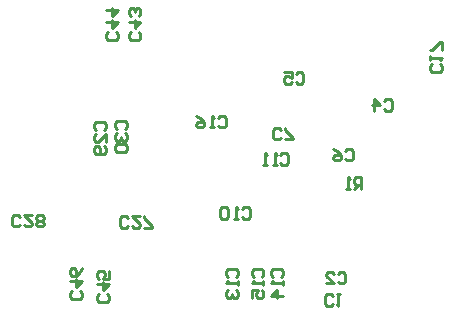
<source format=gbo>
G04*
G04 #@! TF.GenerationSoftware,Altium Limited,Altium Designer,22.0.2 (36)*
G04*
G04 Layer_Color=32896*
%FSLAX25Y25*%
%MOIN*%
G70*
G04*
G04 #@! TF.SameCoordinates,DBB72687-BCFA-4FA8-90DC-81D55A498374*
G04*
G04*
G04 #@! TF.FilePolarity,Positive*
G04*
G01*
G75*
%ADD15C,0.01000*%
D15*
X192140Y76312D02*
X192796Y76968D01*
X194108D01*
X194764Y76312D01*
Y73688D01*
X194108Y73032D01*
X192796D01*
X192140Y73688D01*
X190828Y73032D02*
X189516D01*
X190172D01*
Y76968D01*
X190828Y76312D01*
X187548Y73032D02*
X186236D01*
X186892D01*
Y76968D01*
X187548Y76312D01*
X179296Y58312D02*
X179952Y58968D01*
X181264D01*
X181920Y58312D01*
Y55688D01*
X181264Y55032D01*
X179952D01*
X179296Y55688D01*
X177984Y55032D02*
X176672D01*
X177328D01*
Y58968D01*
X177984Y58312D01*
X174704D02*
X174048Y58968D01*
X172736D01*
X172080Y58312D01*
Y55688D01*
X172736Y55032D01*
X174048D01*
X174704Y55688D01*
Y58312D01*
X219124Y65032D02*
Y68968D01*
X217156D01*
X216500Y68312D01*
Y67000D01*
X217156Y66344D01*
X219124D01*
X217812D02*
X216500Y65032D01*
X215188D02*
X213876D01*
X214532D01*
Y68968D01*
X215188Y68312D01*
X125205Y30930D02*
X125861Y30274D01*
Y28962D01*
X125205Y28306D01*
X122581D01*
X121925Y28962D01*
Y30274D01*
X122581Y30930D01*
X121925Y34210D02*
X125861D01*
X123893Y32242D01*
Y34866D01*
X125861Y38802D02*
X125205Y37490D01*
X123893Y36178D01*
X122581D01*
X121925Y36834D01*
Y38146D01*
X122581Y38802D01*
X123237D01*
X123893Y38146D01*
Y36178D01*
X134205Y29930D02*
X134861Y29274D01*
Y27962D01*
X134205Y27306D01*
X131581D01*
X130925Y27962D01*
Y29274D01*
X131581Y29930D01*
X130925Y33210D02*
X134861D01*
X132893Y31242D01*
Y33866D01*
X134861Y37802D02*
Y35178D01*
X132893D01*
X133549Y36490D01*
Y37146D01*
X132893Y37802D01*
X131581D01*
X130925Y37146D01*
Y35834D01*
X131581Y35178D01*
X137312Y117376D02*
X137968Y116720D01*
Y115408D01*
X137312Y114752D01*
X134688D01*
X134032Y115408D01*
Y116720D01*
X134688Y117376D01*
X134032Y120656D02*
X137968D01*
X136000Y118688D01*
Y121312D01*
X134032Y124592D02*
X137968D01*
X136000Y122624D01*
Y125248D01*
X144812Y117376D02*
X145468Y116720D01*
Y115408D01*
X144812Y114752D01*
X142188D01*
X141532Y115408D01*
Y116720D01*
X142188Y117376D01*
X141532Y120656D02*
X145468D01*
X143500Y118688D01*
Y121312D01*
X144812Y122624D02*
X145468Y123280D01*
Y124592D01*
X144812Y125248D01*
X144156D01*
X143500Y124592D01*
Y123936D01*
Y124592D01*
X142844Y125248D01*
X142188D01*
X141532Y124592D01*
Y123280D01*
X142188Y122624D01*
X137688Y85124D02*
X137032Y85780D01*
Y87092D01*
X137688Y87748D01*
X140312D01*
X140968Y87092D01*
Y85780D01*
X140312Y85124D01*
X137688Y83812D02*
X137032Y83156D01*
Y81844D01*
X137688Y81188D01*
X138344D01*
X139000Y81844D01*
Y82500D01*
Y81844D01*
X139656Y81188D01*
X140312D01*
X140968Y81844D01*
Y83156D01*
X140312Y83812D01*
X137688Y79876D02*
X137032Y79220D01*
Y77908D01*
X137688Y77252D01*
X140312D01*
X140968Y77908D01*
Y79220D01*
X140312Y79876D01*
X137688D01*
X130688Y84624D02*
X130032Y85280D01*
Y86592D01*
X130688Y87248D01*
X133312D01*
X133968Y86592D01*
Y85280D01*
X133312Y84624D01*
X133968Y80688D02*
Y83312D01*
X131344Y80688D01*
X130688D01*
X130032Y81344D01*
Y82656D01*
X130688Y83312D01*
X133312Y79376D02*
X133968Y78720D01*
Y77408D01*
X133312Y76752D01*
X130688D01*
X130032Y77408D01*
Y78720D01*
X130688Y79376D01*
X131344D01*
X132000Y78720D01*
Y76752D01*
X105376Y53188D02*
X104720Y52532D01*
X103408D01*
X102752Y53188D01*
Y55812D01*
X103408Y56468D01*
X104720D01*
X105376Y55812D01*
X109312Y56468D02*
X106688D01*
X109312Y53844D01*
Y53188D01*
X108656Y52532D01*
X107344D01*
X106688Y53188D01*
X110624D02*
X111280Y52532D01*
X112592D01*
X113248Y53188D01*
Y53844D01*
X112592Y54500D01*
X113248Y55156D01*
Y55812D01*
X112592Y56468D01*
X111280D01*
X110624Y55812D01*
Y55156D01*
X111280Y54500D01*
X110624Y53844D01*
Y53188D01*
X111280Y54500D02*
X112592D01*
X141376Y52688D02*
X140720Y52032D01*
X139408D01*
X138752Y52688D01*
Y55312D01*
X139408Y55968D01*
X140720D01*
X141376Y55312D01*
X145312Y55968D02*
X142688D01*
X145312Y53344D01*
Y52688D01*
X144656Y52032D01*
X143344D01*
X142688Y52688D01*
X146624Y52032D02*
X149248D01*
Y52688D01*
X146624Y55312D01*
Y55968D01*
X245312Y106704D02*
X245968Y106048D01*
Y104736D01*
X245312Y104080D01*
X242688D01*
X242032Y104736D01*
Y106048D01*
X242688Y106704D01*
X242032Y108016D02*
Y109328D01*
Y108672D01*
X245968D01*
X245312Y108016D01*
X245968Y111296D02*
Y113920D01*
X245312D01*
X242688Y111296D01*
X242032D01*
X171296Y88812D02*
X171952Y89468D01*
X173264D01*
X173920Y88812D01*
Y86188D01*
X173264Y85532D01*
X171952D01*
X171296Y86188D01*
X169984Y85532D02*
X168672D01*
X169328D01*
Y89468D01*
X169984Y88812D01*
X164080Y89468D02*
X165392Y88812D01*
X166704Y87500D01*
Y86188D01*
X166048Y85532D01*
X164736D01*
X164080Y86188D01*
Y86844D01*
X164736Y87500D01*
X166704D01*
X183188Y35796D02*
X182532Y36452D01*
Y37764D01*
X183188Y38420D01*
X185812D01*
X186468Y37764D01*
Y36452D01*
X185812Y35796D01*
X186468Y34484D02*
Y33172D01*
Y33828D01*
X182532D01*
X183188Y34484D01*
X182532Y28580D02*
Y31204D01*
X184500D01*
X183844Y29892D01*
Y29236D01*
X184500Y28580D01*
X185812D01*
X186468Y29236D01*
Y30548D01*
X185812Y31204D01*
X189688Y35796D02*
X189032Y36452D01*
Y37764D01*
X189688Y38420D01*
X192312D01*
X192968Y37764D01*
Y36452D01*
X192312Y35796D01*
X192968Y34484D02*
Y33172D01*
Y33828D01*
X189032D01*
X189688Y34484D01*
X192968Y29236D02*
X189032D01*
X191000Y31204D01*
Y28580D01*
X174688Y35796D02*
X174032Y36452D01*
Y37764D01*
X174688Y38420D01*
X177312D01*
X177968Y37764D01*
Y36452D01*
X177312Y35796D01*
X177968Y34484D02*
Y33172D01*
Y33828D01*
X174032D01*
X174688Y34484D01*
Y31204D02*
X174032Y30548D01*
Y29236D01*
X174688Y28580D01*
X175344D01*
X176000Y29236D01*
Y29892D01*
Y29236D01*
X176656Y28580D01*
X177312D01*
X177968Y29236D01*
Y30548D01*
X177312Y31204D01*
X192344Y82188D02*
X191688Y81532D01*
X190376D01*
X189720Y82188D01*
Y84812D01*
X190376Y85468D01*
X191688D01*
X192344Y84812D01*
X193656Y81532D02*
X196280D01*
Y82188D01*
X193656Y84812D01*
Y85468D01*
X213656Y77812D02*
X214312Y78468D01*
X215624D01*
X216280Y77812D01*
Y75188D01*
X215624Y74532D01*
X214312D01*
X213656Y75188D01*
X209720Y78468D02*
X211032Y77812D01*
X212344Y76500D01*
Y75188D01*
X211688Y74532D01*
X210376D01*
X209720Y75188D01*
Y75844D01*
X210376Y76500D01*
X212344D01*
X197156Y103312D02*
X197812Y103968D01*
X199124D01*
X199780Y103312D01*
Y100688D01*
X199124Y100032D01*
X197812D01*
X197156Y100688D01*
X193220Y103968D02*
X195844D01*
Y102000D01*
X194532Y102656D01*
X193876D01*
X193220Y102000D01*
Y100688D01*
X193876Y100032D01*
X195188D01*
X195844Y100688D01*
X226656Y94312D02*
X227312Y94968D01*
X228624D01*
X229280Y94312D01*
Y91688D01*
X228624Y91032D01*
X227312D01*
X226656Y91688D01*
X223376Y91032D02*
Y94968D01*
X225344Y93000D01*
X222720D01*
X211156Y36812D02*
X211812Y37468D01*
X213124D01*
X213780Y36812D01*
Y34188D01*
X213124Y33532D01*
X211812D01*
X211156Y34188D01*
X207220Y33532D02*
X209844D01*
X207220Y36156D01*
Y36812D01*
X207876Y37468D01*
X209188D01*
X209844Y36812D01*
X209500Y26688D02*
X208844Y26032D01*
X207532D01*
X206876Y26688D01*
Y29312D01*
X207532Y29968D01*
X208844D01*
X209500Y29312D01*
X210812Y29968D02*
X212124D01*
X211468D01*
Y26032D01*
X210812Y26688D01*
M02*

</source>
